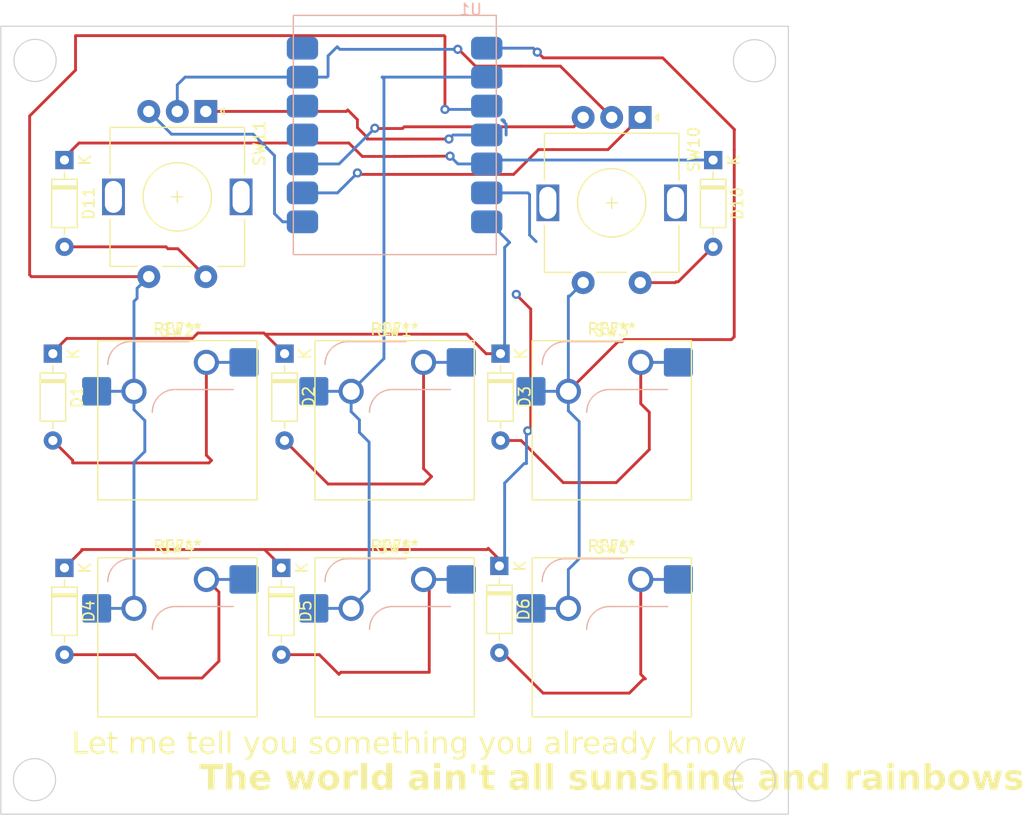
<source format=kicad_pcb>
(kicad_pcb (version 20221018) (generator pcbnew)
  (layers (0 "F.Cu" signal) (31 "B.Cu" signal) (34 "B.Paste" user) (35 "F.Paste" user) (36 "B.SilkS" user "B.Silkscreen") (37 "F.SilkS" user "F.Silkscreen") (38 "B.Mask" user) (39 "F.Mask" user) (44 "Edge.Cuts" user))
  (net 0 "")
  (net 1 "Row 0")
  (net 2 "Net-(D1-A)")
  (net 3 "Net-(D2-A)")
  (net 4 "Net-(D3-A)")
  (net 5 "Row 1")
  (net 6 "Net-(D4-A)")
  (net 7 "Net-(D5-A)")
  (net 8 "Net-(D6-A)")
  (net 9 "Row 2")
  (net 10 "ENC_A1")
  (net 11 "Net-(D10-A)")
  (net 12 "Net-(D11-A)")
  (net 13 "ENC_B1")
  (net 14 "GND")
  (net 15 "ENC_A0")
  (net 16 "ENC_B0")
  (net 17 "Col 1")
  (net 18 "Col 0")
  (net 19 "Col 2")
  (footprint "Button_Switch_Keyboard:SW_Cherry_MX_1.00u_PCB" (layer "F.Cu") (at 114.3 95.25)
    (fp_text reference "SW5" (at -2.54 -2.794) (layer "F.SilkS"))
    (fp_text value "SW_SPST")
    (fp_line (start -9.525 -1.905) (end 4.445 -1.905) (stroke (width 0.12)) (layer "F.SilkS"))
    (fp_line (start -9.525 12.065) (end -9.525 -1.905) (stroke (width 0.12)) (layer "F.SilkS"))
    (fp_line (start 4.445 -1.905) (end 4.445 12.065) (stroke (width 0.12)) (layer "F.SilkS"))
    (fp_line (start 4.445 12.065) (end -9.525 12.065) (stroke (width 0.12)) (layer "F.SilkS"))
    (pad "" np_thru_hole circle locked (at -7.62 5.08) (size 1.7 1.7) (drill 1.7) (layers "*.Cu" "*.Mask"))
    (pad "" np_thru_hole circle locked (at -2.54 5.08) (size 4 4) (drill 4) (layers "*.Cu" "*.Mask"))
    (pad "" np_thru_hole circle locked (at 2.54 5.08) (size 1.7 1.7) (drill 1.7) (layers "*.Cu" "*.Mask"))
    (pad "1" thru_hole circle locked (at 0 0) (size 2.2 2.2) (drill 1.5) (layers "*.Cu" "*.Mask") (net 7 "Net-(D5-A)"))
    (pad "2" thru_hole circle locked (at -6.35 2.54) (size 2.2 2.2) (drill 1.5) (layers "*.Cu" "*.Mask") (net 17 "Col 1"))
  )
  (footprint "Button_Switch_Keyboard:SW_Cherry_MX_1.00u_PCB" (layer "F.Cu") (at 114.3 76.2)
    (fp_text reference "SW1" (at -2.54 -2.794) (layer "F.SilkS"))
    (fp_text value "SW_SPST")
    (fp_line (start -9.525 -1.905) (end 4.445 -1.905) (stroke (width 0.12)) (layer "F.SilkS"))
    (fp_line (start -9.525 12.065) (end -9.525 -1.905) (stroke (width 0.12)) (layer "F.SilkS"))
    (fp_line (start 4.445 -1.905) (end 4.445 12.065) (stroke (width 0.12)) (layer "F.SilkS"))
    (fp_line (start 4.445 12.065) (end -9.525 12.065) (stroke (width 0.12)) (layer "F.SilkS"))
    (pad "" np_thru_hole circle locked (at -7.62 5.08) (size 1.7 1.7) (drill 1.7) (layers "*.Cu" "*.Mask"))
    (pad "" np_thru_hole circle locked (at -2.54 5.08) (size 4 4) (drill 4) (layers "*.Cu" "*.Mask"))
    (pad "" np_thru_hole circle locked (at 2.54 5.08) (size 1.7 1.7) (drill 1.7) (layers "*.Cu" "*.Mask"))
    (pad "1" thru_hole circle locked (at 0 0) (size 2.2 2.2) (drill 1.5) (layers "*.Cu" "*.Mask") (net 3 "Net-(D2-A)"))
    (pad "2" thru_hole circle locked (at -6.35 2.54) (size 2.2 2.2) (drill 1.5) (layers "*.Cu" "*.Mask") (net 17 "Col 1"))
  )
  (footprint "PCM_Switch_Keyboard_Hotswap_Kailh:SW_Hotswap_Kailh_MX" (layer "F.Cu") (at 130.81 100.33)
    (fp_text reference "REF**" (at 0 -8) (layer "F.SilkS"))
    (fp_text value "SW_Hotswap_Kailh_MX" hide)
    (fp_line (start -4.1 -6.9) (end 1 -6.9) (stroke (width 0.12)) (layer "B.SilkS"))
    (fp_line (start -0.2 -2.7) (end 4.9 -2.7) (stroke (width 0.12)) (layer "B.SilkS"))
    (fp_arc (start -6.1 -4.9) (mid -5.514214 -6.314214) (end -4.1 -6.9) (stroke (width 0.12)) (layer "B.SilkS"))
    (fp_arc (start -2.2 -0.7) (mid -1.614214 -2.114214) (end -0.2 -2.7) (stroke (width 0.12)) (layer "B.SilkS"))
    (pad "" np_thru_hole circle (at 0 0) (size 4 4) (drill 4) (layers "F&B.Cu" "*.Mask"))
    (pad "1" smd roundrect (at -7.085 -2.54) (size 2.55 2.5) (layers "B.Cu" "B.Paste" "B.Mask") (roundrect_rratio 0.1) (net 19 "Col 2"))
    (pad "2" smd roundrect (at 5.842 -5.08) (size 2.55 2.5) (layers "B.Cu" "B.Paste" "B.Mask") (roundrect_rratio 0.1) (net 8 "Net-(D6-A)"))
  )
  (footprint "Diode_THT:D_DO-35_SOD27_P7.62mm_Horizontal" (layer "F.Cu") (at 102.108 75.438 -90)
    (fp_text reference "D2" (at 3.81 -2.12 90) (layer "F.SilkS"))
    (fp_text value "1N4148")
    (fp_text user "K" (at 0 -1.8 90) (layer "F.SilkS"))
    (fp_line (start 1.04 0) (end 1.69 0) (stroke (width 0.12)) (layer "F.SilkS"))
    (fp_line (start 1.69 -1.12) (end 1.69 1.12) (stroke (width 0.12)) (layer "F.SilkS"))
    (fp_line (start 1.69 1.12) (end 5.93 1.12) (stroke (width 0.12)) (layer "F.SilkS"))
    (fp_line (start 2.29 -1.12) (end 2.29 1.12) (stroke (width 0.12)) (layer "F.SilkS"))
    (fp_line (start 2.41 -1.12) (end 2.41 1.12) (stroke (width 0.12)) (layer "F.SilkS"))
    (fp_line (start 2.53 -1.12) (end 2.53 1.12) (stroke (width 0.12)) (layer "F.SilkS"))
    (fp_line (start 5.93 -1.12) (end 1.69 -1.12) (stroke (width 0.12)) (layer "F.SilkS"))
    (fp_line (start 5.93 1.12) (end 5.93 -1.12) (stroke (width 0.12)) (layer "F.SilkS"))
    (fp_line (start 6.58 0) (end 5.93 0) (stroke (width 0.12)) (layer "F.SilkS"))
    (pad "1" thru_hole rect (at 0 0 270) (size 1.6 1.6) (drill 0.8) (layers "*.Cu" "*.Mask") (net 1 "Row 0"))
    (pad "2" thru_hole oval (at 7.62 0 270) (size 1.6 1.6) (drill 0.8) (layers "*.Cu" "*.Mask") (net 3 "Net-(D2-A)"))
  )
  (footprint "Button_Switch_Keyboard:SW_Cherry_MX_1.00u_PCB" (layer "F.Cu") (at 133.35 76.2)
    (fp_text reference "SW3" (at -2.54 -2.794) (layer "F.SilkS"))
    (fp_text value "SW_SPST")
    (fp_line (start -9.525 -1.905) (end 4.445 -1.905) (stroke (width 0.12)) (layer "F.SilkS"))
    (fp_line (start -9.525 12.065) (end -9.525 -1.905) (stroke (width 0.12)) (layer "F.SilkS"))
    (fp_line (start 4.445 -1.905) (end 4.445 12.065) (stroke (width 0.12)) (layer "F.SilkS"))
    (fp_line (start 4.445 12.065) (end -9.525 12.065) (stroke (width 0.12)) (layer "F.SilkS"))
    (pad "" np_thru_hole circle locked (at -7.62 5.08) (size 1.7 1.7) (drill 1.7) (layers "*.Cu" "*.Mask"))
    (pad "" np_thru_hole circle locked (at -2.54 5.08) (size 4 4) (drill 4) (layers "*.Cu" "*.Mask"))
    (pad "" np_thru_hole circle locked (at 2.54 5.08) (size 1.7 1.7) (drill 1.7) (layers "*.Cu" "*.Mask"))
    (pad "1" thru_hole circle locked (at 0 0) (size 2.2 2.2) (drill 1.5) (layers "*.Cu" "*.Mask") (net 4 "Net-(D3-A)"))
    (pad "2" thru_hole circle locked (at -6.35 2.54) (size 2.2 2.2) (drill 1.5) (layers "*.Cu" "*.Mask") (net 19 "Col 2"))
  )
  (footprint "Rotary_Encoder:RotaryEncoder_Alps_EC11E-Switch_Vertical_H20mm" (layer "F.Cu") (at 133.3 54.7 -90)
    (fp_text reference "SW10" (at 2.8 -4.7 90) (layer "F.SilkS"))
    (fp_text value "RotaryEncoder_Switch")
    (fp_line (start -0.3 -1.6) (end 0.3 -1.6) (stroke (width 0.12)) (layer "F.SilkS"))
    (fp_line (start 0 -1.3) (end -0.3 -1.6) (stroke (width 0.12)) (layer "F.SilkS"))
    (fp_line (start 0.3 -1.6) (end 0 -1.3) (stroke (width 0.12)) (layer "F.SilkS"))
    (fp_line (start 1.4 -3.4) (end 1.4 8.4) (stroke (width 0.12)) (layer "F.SilkS"))
    (fp_line (start 5.5 -3.4) (end 1.4 -3.4) (stroke (width 0.12)) (layer "F.SilkS"))
    (fp_line (start 5.5 8.4) (end 1.4 8.4) (stroke (width 0.12)) (layer "F.SilkS"))
    (fp_line (start 7 2.5) (end 8 2.5) (stroke (width 0.12)) (layer "F.SilkS"))
    (fp_line (start 7.5 2) (end 7.5 3) (stroke (width 0.12)) (layer "F.SilkS"))
    (fp_line (start 9.5 -3.4) (end 13.6 -3.4) (stroke (width 0.12)) (layer "F.SilkS"))
    (fp_line (start 13.6 -3.4) (end 13.6 -1) (stroke (width 0.12)) (layer "F.SilkS"))
    (fp_line (start 13.6 1.2) (end 13.6 3.8) (stroke (width 0.12)) (layer "F.SilkS"))
    (fp_line (start 13.6 6) (end 13.6 8.4) (stroke (width 0.12)) (layer "F.SilkS"))
    (fp_line (start 13.6 8.4) (end 9.5 8.4) (stroke (width 0.12)) (layer "F.SilkS"))
    (fp_circle (center 7.5 2.5) (end 10.5 2.5) (stroke (width 0.12)) (fill none) (layer "F.SilkS"))
    (pad "A" thru_hole rect locked (at 0 0 270) (size 2 2) (drill 1) (layers "*.Cu" "*.Mask") (net 10 "ENC_A1"))
    (pad "B" thru_hole circle locked (at 0 5 270) (size 2 2) (drill 1) (layers "*.Cu" "*.Mask") (net 13 "ENC_B1"))
    (pad "C" thru_hole circle locked (at 0 2.5 270) (size 2 2) (drill 1) (layers "*.Cu" "*.Mask") (net 14 "GND"))
    (pad "MP" thru_hole rect locked (at 7.5 -3.1 270) (size 3.2 2) (drill oval 2.8 1.5) (layers "*.Cu" "*.Mask"))
    (pad "MP" thru_hole rect locked (at 7.5 8.1 270) (size 3.2 2) (drill oval 2.8 1.5) (layers "*.Cu" "*.Mask"))
    (pad "S1" thru_hole circle locked (at 14.5 5 270) (size 2 2) (drill 1) (layers "*.Cu" "*.Mask") (net 19 "Col 2"))
    (pad "S2" thru_hole circle locked (at 14.5 0 270) (size 2 2) (drill 1) (layers "*.Cu" "*.Mask") (net 11 "Net-(D10-A)"))
  )
  (footprint "PCM_Switch_Keyboard_Hotswap_Kailh:SW_Hotswap_Kailh_MX" (layer "F.Cu") (at 111.76 81.28)
    (fp_text reference "REF**" (at 0 -8) (layer "F.SilkS"))
    (fp_text value "SW_Hotswap_Kailh_MX" hide)
    (fp_line (start -4.1 -6.9) (end 1 -6.9) (stroke (width 0.12)) (layer "B.SilkS"))
    (fp_line (start -0.2 -2.7) (end 4.9 -2.7) (stroke (width 0.12)) (layer "B.SilkS"))
    (fp_arc (start -6.1 -4.9) (mid -5.514214 -6.314214) (end -4.1 -6.9) (stroke (width 0.12)) (layer "B.SilkS"))
    (fp_arc (start -2.2 -0.7) (mid -1.614214 -2.114214) (end -0.2 -2.7) (stroke (width 0.12)) (layer "B.SilkS"))
    (pad "" np_thru_hole circle (at 0 0) (size 4 4) (drill 4) (layers "F&B.Cu" "*.Mask"))
    (pad "1" smd roundrect (at -7.085 -2.54) (size 2.55 2.5) (layers "B.Cu" "B.Paste" "B.Mask") (roundrect_rratio 0.1) (net 17 "Col 1"))
    (pad "2" smd roundrect (at 5.842 -5.08) (size 2.55 2.5) (layers "B.Cu" "B.Paste" "B.Mask") (roundrect_rratio 0.1) (net 3 "Net-(D2-A)"))
  )
  (footprint "PCM_Switch_Keyboard_Hotswap_Kailh:SW_Hotswap_Kailh_MX" (layer "F.Cu") (at 111.76 100.33)
    (fp_text reference "REF**" (at 0 -8) (layer "F.SilkS"))
    (fp_text value "SW_Hotswap_Kailh_MX" hide)
    (fp_line (start -4.1 -6.9) (end 1 -6.9) (stroke (width 0.12)) (layer "B.SilkS"))
    (fp_line (start -0.2 -2.7) (end 4.9 -2.7) (stroke (width 0.12)) (layer "B.SilkS"))
    (fp_arc (start -6.1 -4.9) (mid -5.514214 -6.314214) (end -4.1 -6.9) (stroke (width 0.12)) (layer "B.SilkS"))
    (fp_arc (start -2.2 -0.7) (mid -1.614214 -2.114214) (end -0.2 -2.7) (stroke (width 0.12)) (layer "B.SilkS"))
    (pad "" np_thru_hole circle (at 0 0) (size 4 4) (drill 4) (layers "F&B.Cu" "*.Mask"))
    (pad "1" smd roundrect (at -7.085 -2.54) (size 2.55 2.5) (layers "B.Cu" "B.Paste" "B.Mask") (roundrect_rratio 0.1) (net 17 "Col 1"))
    (pad "2" smd roundrect (at 5.842 -5.08) (size 2.55 2.5) (layers "B.Cu" "B.Paste" "B.Mask") (roundrect_rratio 0.1) (net 7 "Net-(D5-A)"))
  )
  (footprint "Diode_THT:D_DO-35_SOD27_P7.62mm_Horizontal" (layer "F.Cu") (at 81.788 75.438 -90)
    (fp_text reference "D1" (at 3.81 -2.12 90) (layer "F.SilkS"))
    (fp_text value "1N4148")
    (fp_text user "K" (at 0 -1.8 90) (layer "F.SilkS"))
    (fp_line (start 1.04 0) (end 1.69 0) (stroke (width 0.12)) (layer "F.SilkS"))
    (fp_line (start 1.69 -1.12) (end 1.69 1.12) (stroke (width 0.12)) (layer "F.SilkS"))
    (fp_line (start 1.69 1.12) (end 5.93 1.12) (stroke (width 0.12)) (layer "F.SilkS"))
    (fp_line (start 2.29 -1.12) (end 2.29 1.12) (stroke (width 0.12)) (layer "F.SilkS"))
    (fp_line (start 2.41 -1.12) (end 2.41 1.12) (stroke (width 0.12)) (layer "F.SilkS"))
    (fp_line (start 2.53 -1.12) (end 2.53 1.12) (stroke (width 0.12)) (layer "F.SilkS"))
    (fp_line (start 5.93 -1.12) (end 1.69 -1.12) (stroke (width 0.12)) (layer "F.SilkS"))
    (fp_line (start 5.93 1.12) (end 5.93 -1.12) (stroke (width 0.12)) (layer "F.SilkS"))
    (fp_line (start 6.58 0) (end 5.93 0) (stroke (width 0.12)) (layer "F.SilkS"))
    (pad "1" thru_hole rect (at 0 0 270) (size 1.6 1.6) (drill 0.8) (layers "*.Cu" "*.Mask") (net 1 "Row 0"))
    (pad "2" thru_hole oval (at 7.62 0 270) (size 1.6 1.6) (drill 0.8) (layers "*.Cu" "*.Mask") (net 2 "Net-(D1-A)"))
  )
  (footprint "Button_Switch_Keyboard:SW_Cherry_MX_1.00u_PCB" (layer "F.Cu") (at 95.25 95.25)
    (fp_text reference "SW4" (at -2.54 -2.794) (layer "F.SilkS"))
    (fp_text value "SW_SPST")
    (fp_line (start -9.525 -1.905) (end 4.445 -1.905) (stroke (width 0.12)) (layer "F.SilkS"))
    (fp_line (start -9.525 12.065) (end -9.525 -1.905) (stroke (width 0.12)) (layer "F.SilkS"))
    (fp_line (start 4.445 -1.905) (end 4.445 12.065) (stroke (width 0.12)) (layer "F.SilkS"))
    (fp_line (start 4.445 12.065) (end -9.525 12.065) (stroke (width 0.12)) (layer "F.SilkS"))
    (pad "" np_thru_hole circle locked (at -7.62 5.08) (size 1.7 1.7) (drill 1.7) (layers "*.Cu" "*.Mask"))
    (pad "" np_thru_hole circle locked (at -2.54 5.08) (size 4 4) (drill 4) (layers "*.Cu" "*.Mask"))
    (pad "" np_thru_hole circle locked (at 2.54 5.08) (size 1.7 1.7) (drill 1.7) (layers "*.Cu" "*.Mask"))
    (pad "1" thru_hole circle locked (at 0 0) (size 2.2 2.2) (drill 1.5) (layers "*.Cu" "*.Mask") (net 6 "Net-(D4-A)"))
    (pad "2" thru_hole circle locked (at -6.35 2.54) (size 2.2 2.2) (drill 1.5) (layers "*.Cu" "*.Mask") (net 18 "Col 0"))
  )
  (footprint "Rotary_Encoder:RotaryEncoder_Alps_EC11E-Switch_Vertical_H20mm" (layer "F.Cu") (at 95.2 54.175 -90)
    (fp_text reference "SW11" (at 2.8 -4.7 90) (layer "F.SilkS"))
    (fp_text value "RotaryEncoder_Switch")
    (fp_line (start -0.3 -1.6) (end 0.3 -1.6) (stroke (width 0.12)) (layer "F.SilkS"))
    (fp_line (start 0 -1.3) (end -0.3 -1.6) (stroke (width 0.12)) (layer "F.SilkS"))
    (fp_line (start 0.3 -1.6) (end 0 -1.3) (stroke (width 0.12)) (layer "F.SilkS"))
    (fp_line (start 1.4 -3.4) (end 1.4 8.4) (stroke (width 0.12)) (layer "F.SilkS"))
    (fp_line (start 5.5 -3.4) (end 1.4 -3.4) (stroke (width 0.12)) (layer "F.SilkS"))
    (fp_line (start 5.5 8.4) (end 1.4 8.4) (stroke (width 0.12)) (layer "F.SilkS"))
    (fp_line (start 7 2.5) (end 8 2.5) (stroke (width 0.12)) (layer "F.SilkS"))
    (fp_line (start 7.5 2) (end 7.5 3) (stroke (width 0.12)) (layer "F.SilkS"))
    (fp_line (start 9.5 -3.4) (end 13.6 -3.4) (stroke (width 0.12)) (layer "F.SilkS"))
    (fp_line (start 13.6 -3.4) (end 13.6 -1) (stroke (width 0.12)) (layer "F.SilkS"))
    (fp_line (start 13.6 1.2) (end 13.6 3.8) (stroke (width 0.12)) (layer "F.SilkS"))
    (fp_line (start 13.6 6) (end 13.6 8.4) (stroke (width 0.12)) (layer "F.SilkS"))
    (fp_line (start 13.6 8.4) (end 9.5 8.4) (stroke (width 0.12)) (layer "F.SilkS"))
    (fp_circle (center 7.5 2.5) (end 10.5 2.5) (stroke (width 0.12)) (fill none) (layer "F.SilkS"))
    (pad "A" thru_hole rect locked (at 0 0 270) (size 2 2) (drill 1) (layers "*.Cu" "*.Mask") (net 15 "ENC_A0"))
    (pad "B" thru_hole circle locked (at 0 5 270) (size 2 2) (drill 1) (layers "*.Cu" "*.Mask") (net 16 "ENC_B0"))
    (pad "C" thru_hole circle locked (at 0 2.5 270) (size 2 2) (drill 1) (layers "*.Cu" "*.Mask") (net 14 "GND"))
    (pad "MP" thru_hole rect locked (at 7.5 -3.1 270) (size 3.2 2) (drill oval 2.8 1.5) (layers "*.Cu" "*.Mask"))
    (pad "MP" thru_hole rect locked (at 7.5 8.1 270) (size 3.2 2) (drill oval 2.8 1.5) (layers "*.Cu" "*.Mask"))
    (pad "S1" thru_hole circle locked (at 14.5 5 270) (size 2 2) (drill 1) (layers "*.Cu" "*.Mask") (net 18 "Col 0"))
    (pad "S2" thru_hole circle locked (at 14.5 0 270) (size 2 2) (drill 1) (layers "*.Cu" "*.Mask") (net 12 "Net-(D11-A)"))
  )
  (footprint "Diode_THT:D_DO-35_SOD27_P7.62mm_Horizontal" (layer "F.Cu") (at 139.7 58.44 -90)
    (fp_text reference "D10" (at 3.81 -2.12 90) (layer "F.SilkS"))
    (fp_text value "1N4148")
    (fp_text user "K" (at 0 -1.8 90) (layer "F.SilkS"))
    (fp_line (start 1.04 0) (end 1.69 0) (stroke (width 0.12)) (layer "F.SilkS"))
    (fp_line (start 1.69 -1.12) (end 1.69 1.12) (stroke (width 0.12)) (layer "F.SilkS"))
    (fp_line (start 1.69 1.12) (end 5.93 1.12) (stroke (width 0.12)) (layer "F.SilkS"))
    (fp_line (start 2.29 -1.12) (end 2.29 1.12) (stroke (width 0.12)) (layer "F.SilkS"))
    (fp_line (start 2.41 -1.12) (end 2.41 1.12) (stroke (width 0.12)) (layer "F.SilkS"))
    (fp_line (start 2.53 -1.12) (end 2.53 1.12) (stroke (width 0.12)) (layer "F.SilkS"))
    (fp_line (start 5.93 -1.12) (end 1.69 -1.12) (stroke (width 0.12)) (layer "F.SilkS"))
    (fp_line (start 5.93 1.12) (end 5.93 -1.12) (stroke (width 0.12)) (layer "F.SilkS"))
    (fp_line (start 6.58 0) (end 5.93 0) (stroke (width 0.12)) (layer "F.SilkS"))
    (pad "1" thru_hole rect (at 0 0 270) (size 1.6 1.6) (drill 0.8) (layers "*.Cu" "*.Mask") (net 9 "Row 2"))
    (pad "2" thru_hole oval (at 7.62 0 270) (size 1.6 1.6) (drill 0.8) (layers "*.Cu" "*.Mask") (net 11 "Net-(D10-A)"))
  )
  (footprint "Diode_THT:D_DO-35_SOD27_P7.62mm_Horizontal" (layer "F.Cu") (at 82.804 94.234 -90)
    (fp_text reference "D4" (at 3.81 -2.12 90) (layer "F.SilkS"))
    (fp_text value "1N4148")
    (fp_text user "K" (at 0 -1.8 90) (layer "F.SilkS"))
    (fp_line (start 1.04 0) (end 1.69 0) (stroke (width 0.12)) (layer "F.SilkS"))
    (fp_line (start 1.69 -1.12) (end 1.69 1.12) (stroke (width 0.12)) (layer "F.SilkS"))
    (fp_line (start 1.69 1.12) (end 5.93 1.12) (stroke (width 0.12)) (layer "F.SilkS"))
    (fp_line (start 2.29 -1.12) (end 2.29 1.12) (stroke (width 0.12)) (layer "F.SilkS"))
    (fp_line (start 2.41 -1.12) (end 2.41 1.12) (stroke (width 0.12)) (layer "F.SilkS"))
    (fp_line (start 2.53 -1.12) (end 2.53 1.12) (stroke (width 0.12)) (layer "F.SilkS"))
    (fp_line (start 5.93 -1.12) (end 1.69 -1.12) (stroke (width 0.12)) (layer "F.SilkS"))
    (fp_line (start 5.93 1.12) (end 5.93 -1.12) (stroke (width 0.12)) (layer "F.SilkS"))
    (fp_line (start 6.58 0) (end 5.93 0) (stroke (width 0.12)) (layer "F.SilkS"))
    (pad "1" thru_hole rect (at 0 0 270) (size 1.6 1.6) (drill 0.8) (layers "*.Cu" "*.Mask") (net 5 "Row 1"))
    (pad "2" thru_hole oval (at 7.62 0 270) (size 1.6 1.6) (drill 0.8) (layers "*.Cu" "*.Mask") (net 6 "Net-(D4-A)"))
  )
  (footprint "Diode_THT:D_DO-35_SOD27_P7.62mm_Horizontal" (layer "F.Cu") (at 82.804 58.44 -90)
    (fp_text reference "D11" (at 3.81 -2.12 90) (layer "F.SilkS"))
    (fp_text value "1N4148")
    (fp_text user "K" (at 0 -1.8 90) (layer "F.SilkS"))
    (fp_line (start 1.04 0) (end 1.69 0) (stroke (width 0.12)) (layer "F.SilkS"))
    (fp_line (start 1.69 -1.12) (end 1.69 1.12) (stroke (width 0.12)) (layer "F.SilkS"))
    (fp_line (start 1.69 1.12) (end 5.93 1.12) (stroke (width 0.12)) (layer "F.SilkS"))
    (fp_line (start 2.29 -1.12) (end 2.29 1.12) (stroke (width 0.12)) (layer "F.SilkS"))
    (fp_line (start 2.41 -1.12) (end 2.41 1.12) (stroke (width 0.12)) (layer "F.SilkS"))
    (fp_line (start 2.53 -1.12) (end 2.53 1.12) (stroke (width 0.12)) (layer "F.SilkS"))
    (fp_line (start 5.93 -1.12) (end 1.69 -1.12) (stroke (width 0.12)) (layer "F.SilkS"))
    (fp_line (start 5.93 1.12) (end 5.93 -1.12) (stroke (width 0.12)) (layer "F.SilkS"))
    (fp_line (start 6.58 0) (end 5.93 0) (stroke (width 0.12)) (layer "F.SilkS"))
    (pad "1" thru_hole rect (at 0 0 270) (size 1.6 1.6) (drill 0.8) (layers "*.Cu" "*.Mask") (net 9 "Row 2"))
    (pad "2" thru_hole oval (at 7.62 0 270) (size 1.6 1.6) (drill 0.8) (layers "*.Cu" "*.Mask") (net 12 "Net-(D11-A)"))
  )
  (footprint "Diode_THT:D_DO-35_SOD27_P7.62mm_Horizontal" (layer "F.Cu") (at 101.825 94.234 -90)
    (fp_text reference "D5" (at 3.81 -2.12 90) (layer "F.SilkS"))
    (fp_text value "1N4148")
    (fp_text user "K" (at 0 -1.8 90) (layer "F.SilkS"))
    (fp_line (start 1.04 0) (end 1.69 0) (stroke (width 0.12)) (layer "F.SilkS"))
    (fp_line (start 1.69 -1.12) (end 1.69 1.12) (stroke (width 0.12)) (layer "F.SilkS"))
    (fp_line (start 1.69 1.12) (end 5.93 1.12) (stroke (width 0.12)) (layer "F.SilkS"))
    (fp_line (start 2.29 -1.12) (end 2.29 1.12) (stroke (width 0.12)) (layer "F.SilkS"))
    (fp_line (start 2.41 -1.12) (end 2.41 1.12) (stroke (width 0.12)) (layer "F.SilkS"))
    (fp_line (start 2.53 -1.12) (end 2.53 1.12) (stroke (width 0.12)) (layer "F.SilkS"))
    (fp_line (start 5.93 -1.12) (end 1.69 -1.12) (stroke (width 0.12)) (layer "F.SilkS"))
    (fp_line (start 5.93 1.12) (end 5.93 -1.12) (stroke (width 0.12)) (layer "F.SilkS"))
    (fp_line (start 6.58 0) (end 5.93 0) (stroke (width 0.12)) (layer "F.SilkS"))
    (pad "1" thru_hole rect (at 0 0 270) (size 1.6 1.6) (drill 0.8) (layers "*.Cu" "*.Mask") (net 5 "Row 1"))
    (pad "2" thru_hole oval (at 7.62 0 270) (size 1.6 1.6) (drill 0.8) (layers "*.Cu" "*.Mask") (net 7 "Net-(D5-A)"))
  )
  (footprint "PCM_Switch_Keyboard_Hotswap_Kailh:SW_Hotswap_Kailh_MX" (layer "F.Cu") (at 92.71 81.28)
    (fp_text reference "REF**" (at 0 -8) (layer "F.SilkS"))
    (fp_text value "SW_Hotswap_Kailh_MX" hide)
    (fp_line (start -4.1 -6.9) (end 1 -6.9) (stroke (width 0.12)) (layer "B.SilkS"))
    (fp_line (start -0.2 -2.7) (end 4.9 -2.7) (stroke (width 0.12)) (layer "B.SilkS"))
    (fp_arc (start -6.1 -4.9) (mid -5.514214 -6.314214) (end -4.1 -6.9) (stroke (width 0.12)) (layer "B.SilkS"))
    (fp_arc (start -2.2 -0.7) (mid -1.614214 -2.114214) (end -0.2 -2.7) (stroke (width 0.12)) (layer "B.SilkS"))
    (pad "" np_thru_hole circle (at 0 0) (size 4 4) (drill 4) (layers "F&B.Cu" "*.Mask"))
    (pad "1" smd roundrect (at -7.085 -2.54) (size 2.55 2.5) (layers "B.Cu" "B.Paste" "B.Mask") (roundrect_rratio 0.1) (net 18 "Col 0"))
    (pad "2" smd roundrect (at 5.842 -5.08) (size 2.55 2.5) (layers "B.Cu" "B.Paste" "B.Mask") (roundrect_rratio 0.1) (net 2 "Net-(D1-A)"))
  )
  (footprint "Diode_THT:D_DO-35_SOD27_P7.62mm_Horizontal" (layer "F.Cu") (at 121.05 75.438 -90)
    (fp_text reference "D3" (at 3.81 -2.12 90) (layer "F.SilkS"))
    (fp_text value "1N4148")
    (fp_text user "K" (at 0 -1.8 90) (layer "F.SilkS"))
    (fp_line (start 1.04 0) (end 1.69 0) (stroke (width 0.12)) (layer "F.SilkS"))
    (fp_line (start 1.69 -1.12) (end 1.69 1.12) (stroke (width 0.12)) (layer "F.SilkS"))
    (fp_line (start 1.69 1.12) (end 5.93 1.12) (stroke (width 0.12)) (layer "F.SilkS"))
    (fp_line (start 2.29 -1.12) (end 2.29 1.12) (stroke (width 0.12)) (layer "F.SilkS"))
    (fp_line (start 2.41 -1.12) (end 2.41 1.12) (stroke (width 0.12)) (layer "F.SilkS"))
    (fp_line (start 2.53 -1.12) (end 2.53 1.12) (stroke (width 0.12)) (layer "F.SilkS"))
    (fp_line (start 5.93 -1.12) (end 1.69 -1.12) (stroke (width 0.12)) (layer "F.SilkS"))
    (fp_line (start 5.93 1.12) (end 5.93 -1.12) (stroke (width 0.12)) (layer "F.SilkS"))
    (fp_line (start 6.58 0) (end 5.93 0) (stroke (width 0.12)) (layer "F.SilkS"))
    (pad "1" thru_hole rect (at 0 0 270) (size 1.6 1.6) (drill 0.8) (layers "*.Cu" "*.Mask") (net 1 "Row 0"))
    (pad "2" thru_hole oval (at 7.62 0 270) (size 1.6 1.6) (drill 0.8) (layers "*.Cu" "*.Mask") (net 4 "Net-(D3-A)"))
  )
  (footprint "Button_Switch_Keyboard:SW_Cherry_MX_1.00u_PCB" (layer "F.Cu") (at 95.25 76.2)
    (fp_text reference "SW2" (at -2.54 -2.794) (layer "F.SilkS"))
    (fp_text value "SW_SPST")
    (fp_line (start -9.525 -1.905) (end 4.445 -1.905) (stroke (width 0.12)) (layer "F.SilkS"))
    (fp_line (start -9.525 12.065) (end -9.525 -1.905) (stroke (width 0.12)) (layer "F.SilkS"))
    (fp_line (start 4.445 -1.905) (end 4.445 12.065) (stroke (width 0.12)) (layer "F.SilkS"))
    (fp_line (start 4.445 12.065) (end -9.525 12.065) (stroke (width 0.12)) (layer "F.SilkS"))
    (pad "" np_thru_hole circle locked (at -7.62 5.08) (size 1.7 1.7) (drill 1.7) (layers "*.Cu" "*.Mask"))
    (pad "" np_thru_hole circle locked (at -2.54 5.08) (size 4 4) (drill 4) (layers "*.Cu" "*.Mask"))
    (pad "" np_thru_hole circle locked (at 2.54 5.08) (size 1.7 1.7) (drill 1.7) (layers "*.Cu" "*.Mask"))
    (pad "1" thru_hole circle locked (at 0 0) (size 2.2 2.2) (drill 1.5) (layers "*.Cu" "*.Mask") (net 2 "Net-(D1-A)"))
    (pad "2" thru_hole circle locked (at -6.35 2.54) (size 2.2 2.2) (drill 1.5) (layers "*.Cu" "*.Mask") (net 18 "Col 0"))
  )
  (footprint "Diode_THT:D_DO-35_SOD27_P7.62mm_Horizontal" (layer "F.Cu") (at 120.95 94.065 -90)
    (fp_text reference "D6" (at 3.81 -2.12 90) (layer "F.SilkS"))
    (fp_text value "1N4148")
    (fp_text user "K" (at 0 -1.8 90) (layer "F.SilkS"))
    (fp_line (start 1.04 0) (end 1.69 0) (stroke (width 0.12)) (layer "F.SilkS"))
    (fp_line (start 1.69 -1.12) (end 1.69 1.12) (stroke (width 0.12)) (layer "F.SilkS"))
    (fp_line (start 1.69 1.12) (end 5.93 1.12) (stroke (width 0.12)) (layer "F.SilkS"))
    (fp_line (start 2.29 -1.12) (end 2.29 1.12) (stroke (width 0.12)) (layer "F.SilkS"))
    (fp_line (start 2.41 -1.12) (end 2.41 1.12) (stroke (width 0.12)) (layer "F.SilkS"))
    (fp_line (start 2.53 -1.12) (end 2.53 1.12) (stroke (width 0.12)) (layer "F.SilkS"))
    (fp_line (start 5.93 -1.12) (end 1.69 -1.12) (stroke (width 0.12)) (layer "F.SilkS"))
    (fp_line (start 5.93 1.12) (end 5.93 -1.12) (stroke (width 0.12)) (layer "F.SilkS"))
    (fp_line (start 6.58 0) (end 5.93 0) (stroke (width 0.12)) (layer "F.SilkS"))
    (pad "1" thru_hole rect (at 0 0 270) (size 1.6 1.6) (drill 0.8) (layers "*.Cu" "*.Mask") (net 5 "Row 1"))
    (pad "2" thru_hole oval (at 7.62 0 270) (size 1.6 1.6) (drill 0.8) (layers "*.Cu" "*.Mask") (net 8 "Net-(D6-A)"))
  )
  (footprint "Button_Switch_Keyboard:SW_Cherry_MX_1.00u_PCB" (layer "F.Cu") (at 133.35 95.25)
    (fp_text reference "SW6" (at -2.54 -2.794) (layer "F.SilkS"))
    (fp_text value "SW_SPST")
    (fp_line (start -9.525 -1.905) (end 4.445 -1.905) (stroke (width 0.12)) (layer "F.SilkS"))
    (fp_line (start -9.525 12.065) (end -9.525 -1.905) (stroke (width 0.12)) (layer "F.SilkS"))
    (fp_line (start 4.445 -1.905) (end 4.445 12.065) (stroke (width 0.12)) (layer "F.SilkS"))
    (fp_line (start 4.445 12.065) (end -9.525 12.065) (stroke (width 0.12)) (layer "F.SilkS"))
    (pad "" np_thru_hole circle locked (at -7.62 5.08) (size 1.7 1.7) (drill 1.7) (layers "*.Cu" "*.Mask"))
    (pad "" np_thru_hole circle locked (at -2.54 5.08) (size 4 4) (drill 4) (layers "*.Cu" "*.Mask"))
    (pad "" np_thru_hole circle locked (at 2.54 5.08) (size 1.7 1.7) (drill 1.7) (layers "*.Cu" "*.Mask"))
    (pad "1" thru_hole circle locked (at 0 0) (size 2.2 2.2) (drill 1.5) (layers "*.Cu" "*.Mask") (net 8 "Net-(D6-A)"))
    (pad "2" thru_hole circle locked (at -6.35 2.54) (size 2.2 2.2) (drill 1.5) (layers "*.Cu" "*.Mask") (net 19 "Col 2"))
  )
  (footprint "PCM_Switch_Keyboard_Hotswap_Kailh:SW_Hotswap_Kailh_MX" (layer "F.Cu") (at 92.71 100.33)
    (fp_text reference "REF**" (at 0 -8) (layer "F.SilkS"))
    (fp_text value "SW_Hotswap_Kailh_MX" hide)
    (fp_line (start -4.1 -6.9) (end 1 -6.9) (stroke (width 0.12)) (layer "B.SilkS"))
    (fp_line (start -0.2 -2.7) (end 4.9 -2.7) (stroke (width 0.12)) (layer "B.SilkS"))
    (fp_arc (start -6.1 -4.9) (mid -5.514214 -6.314214) (end -4.1 -6.9) (stroke (width 0.12)) (layer "B.SilkS"))
    (fp_arc (start -2.2 -0.7) (mid -1.614214 -2.114214) (end -0.2 -2.7) (stroke (width 0.12)) (layer "B.SilkS"))
    (pad "" np_thru_hole circle (at 0 0) (size 4 4) (drill 4) (layers "F&B.Cu" "*.Mask"))
    (pad "1" smd roundrect (at -7.085 -2.54) (size 2.55 2.5) (layers "B.Cu" "B.Paste" "B.Mask") (roundrect_rratio 0.1) (net 18 "Col 0"))
    (pad "2" smd roundrect (at 5.842 -5.08) (size 2.55 2.5) (layers "B.Cu" "B.Paste" "B.Mask") (roundrect_rratio 0.1) (net 6 "Net-(D4-A)"))
  )
  (footprint "PCM_Switch_Keyboard_Hotswap_Kailh:SW_Hotswap_Kailh_MX" (layer "F.Cu") (at 130.81 81.28)
    (fp_text reference "REF**" (at 0 -8) (layer "F.SilkS"))
    (fp_text value "SW_Hotswap_Kailh_MX" hide)
    (fp_line (start -4.1 -6.9) (end 1 -6.9) (stroke (width 0.12)) (layer "B.SilkS"))
    (fp_line (start -0.2 -2.7) (end 4.9 -2.7) (stroke (width 0.12)) (layer "B.SilkS"))
    (fp_arc (start -6.1 -4.9) (mid -5.514214 -6.314214) (end -4.1 -6.9) (stroke (width 0.12)) (layer "B.SilkS"))
    (fp_arc (start -2.2 -0.7) (mid -1.614214 -2.114214) (end -0.2 -2.7) (stroke (width 0.12)) (layer "B.SilkS"))
    (pad "" np_thru_hole circle (at 0 0) (size 4 4) (drill 4) (layers "F&B.Cu" "*.Mask"))
    (pad "1" smd roundrect (at -7.085 -2.54) (size 2.55 2.5) (layers "B.Cu" "B.Paste" "B.Mask") (roundrect_rratio 0.1) (net 19 "Col 2"))
    (pad "2" smd roundrect (at 5.842 -5.08) (size 2.55 2.5) (layers "B.Cu" "B.Paste" "B.Mask") (roundrect_rratio 0.1) (net 4 "Net-(D3-A)"))
  )
  (footprint "MacropadPCB:MOUDLE14P-SMD-2.54-21X17.8MM" (layer "B.Cu") (at 120.6775 66.745 180)
    (fp_text reference "U1" (at 2.25 21.5 unlocked) (layer "B.SilkS") (effects (justify mirror)))
    (fp_text value "MOUDLE-SEEEDUINO-XIAO")
    (fp_rect (start 0 21) (end 17.8 0) (stroke (width 0.12)) (fill none) (layer "B.SilkS"))
    (pad "1" smd roundrect (at 0.835 18.12 180) (size 2.75 2) (layers "B.Cu" "B.Paste" "B.Mask") (net 19 "Col 2"))
    (pad "2" smd roundrect (at 0.835 15.58 180) (size 2.75 2) (layers "B.Cu" "B.Paste" "B.Mask") (net 17 "Col 1"))
    (pad "3" smd roundrect (at 0.835 13.04 180) (size 2.75 2) (layers "B.Cu" "B.Paste" "B.Mask") (net 18 "Col 0"))
    (pad "4" smd roundrect (at 0.835 10.5 180) (size 2.75 2) (layers "B.Cu" "B.Paste" "B.Mask") (net 15 "ENC_A0"))
    (pad "5" smd roundrect (at 0.835 7.96 180) (size 2.75 2) (layers "B.Cu" "B.Paste" "B.Mask") (net 9 "Row 2"))
    (pad "6" smd roundrect (at 0.835 5.42 180) (size 2.75 2) (layers "B.Cu" "B.Paste" "B.Mask") (net 5 "Row 1"))
    (pad "7" smd roundrect (at 0.835 2.88 180) (size 2.75 2) (layers "B.Cu" "B.Paste" "B.Mask") (net 1 "Row 0"))
    (pad "8" smd roundrect (at 17 2.88 180) (size 2.75 2) (layers "B.Cu" "B.Paste" "B.Mask") (net 16 "ENC_B0"))
    (pad "9" smd roundrect (at 17 5.42 180) (size 2.75 2) (layers "B.Cu" "B.Paste" "B.Mask") (net 10 "ENC_A1"))
    (pad "10" smd roundrect (at 17 7.96 180) (size 2.75 2) (layers "B.Cu" "B.Paste" "B.Mask") (net 13 "ENC_B1"))
    (pad "11" smd roundrect (at 17 10.5 180) (size 2.75 2) (layers "B.Cu" "B.Paste" "B.Mask"))
    (pad "12" smd roundrect (at 17 13.04 180) (size 2.75 2) (layers "B.Cu" "B.Paste" "B.Mask"))
    (pad "13" smd roundrect (at 17 15.58 180) (size 2.75 2) (layers "B.Cu" "B.Paste" "B.Mask") (net 14 "GND"))
    (pad "14" smd roundrect (at 17 18.12 180) (size 2.75 2) (layers "B.Cu" "B.Paste" "B.Mask"))
  )
  (gr_rect (start 77.225 46.7) (end 146.3 115.85) (stroke (width 0.1)) (fill none) (layer "Edge.Cuts"))
  (gr_circle locked (center 143.3 112.85) (end 145.15 112.85) (stroke (width 0.1)) (fill none) (layer "Edge.Cuts"))
  (gr_circle (center 80.225 49.7) (end 82.075 49.7) (stroke (width 0.1)) (fill none) (layer "Edge.Cuts"))
  (gr_circle locked (center 80.175 112.825) (end 82.025 112.825) (stroke (width 0.1)) (fill none) (layer "Edge.Cuts"))
  (gr_circle locked (center 143.325 49.725) (end 145.175 49.725) (stroke (width 0.1)) (fill none) (layer "Edge.Cuts"))
  (gr_text "The world ain't all sunshine and rainbows" (at 94.625 114.075) (layer "F.SilkS") (effects (font (size 2.2 2.2)) (justify left bottom)))
  (gr_text "Let me tell you something you already know" (at 83.425 110.85) (layer "F.SilkS") (effects (font (size 1.9 1.9) (thickness 0.15) italic) (justify left bottom)))
  (segment (start 121.171498 54.925) (end 121.5425 55.296002) (width 0.25) (layer "B.Cu") (net 0))
  (segment (start 121.4 55.025) (end 121.3 54.925) (width 0.25) (layer "B.Cu") (net 0))
  (segment (start 121.3 54.925) (end 121.171498 54.925) (width 0.25) (layer "B.Cu") (net 0))
  (segment (start 121.5425 55.296002) (end 121.5425 56.245) (width 0.25) (layer "B.Cu") (net 0))
  (segment (start 118.075 73.725) (end 119.788 75.438) (width 0.25) (layer "F.Cu") (net 1))
  (segment (start 94.025 74.1) (end 94.5 73.625) (width 0.25) (layer "F.Cu") (net 1))
  (segment (start 100.4225 73.7525) (end 100.45 73.725) (width 0.25) (layer "F.Cu") (net 1))
  (segment (start 119.788 75.438) (end 121.412 75.438) (width 0.25) (layer "F.Cu") (net 1))
  (segment (start 83 74.1) (end 94.025 74.1) (width 0.25) (layer "F.Cu") (net 1))
  (segment (start 100.295 73.625) (end 100.4225 73.7525) (width 0.25) (layer "F.Cu") (net 1))
  (segment (start 100.4225 73.7525) (end 102.108 75.438) (width 0.25) (layer "F.Cu") (net 1))
  (segment (start 94.5 73.625) (end 100.295 73.625) (width 0.25) (layer "F.Cu") (net 1))
  (segment (start 100.45 73.725) (end 118.075 73.725) (width 0.25) (layer "F.Cu") (net 1))
  (segment (start 81.788 75.312) (end 83 74.1) (width 0.25) (layer "F.Cu") (net 1))
  (segment (start 81.788 75.438) (end 81.788 75.312) (width 0.25) (layer "F.Cu") (net 1))
  (segment (start 119.8425 63.865) (end 120.04 63.865) (width 0.25) (layer "B.Cu") (net 1))
  (segment (start 120.04 63.865) (end 121.85 65.675) (width 0.25) (layer "B.Cu") (net 1))
  (segment (start 121.85 65.675) (end 121.412 66.113) (width 0.25) (layer "B.Cu") (net 1))
  (segment (start 121.412 66.113) (end 121.412 75.438) (width 0.25) (layer "B.Cu") (net 1))
  (segment (start 81.788 83.058) (end 83.525 84.795) (width 0.25) (layer "F.Cu") (net 2))
  (segment (start 95.25 84.35) (end 95.25 76.2) (width 0.25) (layer "F.Cu") (net 2))
  (segment (start 95.475 85.025) (end 95.7 84.8) (width 0.25) (layer "F.Cu") (net 2))
  (segment (start 83.525 85.025) (end 95.475 85.025) (width 0.25) (layer "F.Cu") (net 2))
  (segment (start 95.7 84.8) (end 95.25 84.35) (width 0.25) (layer "F.Cu") (net 2))
  (segment (start 83.525 84.795) (end 83.525 85.025) (width 0.25) (layer "F.Cu") (net 2))
  (segment (start 95.25 76.2) (end 98.552 76.2) (width 0.25) (layer "B.Cu") (net 2))
  (segment (start 114.35 86.875) (end 115 86.225) (width 0.25) (layer "F.Cu") (net 3))
  (segment (start 102.108 83.058) (end 105.925 86.875) (width 0.25) (layer "F.Cu") (net 3))
  (segment (start 105.925 86.875) (end 114.35 86.875) (width 0.25) (layer "F.Cu") (net 3))
  (segment (start 114.3 85.525) (end 114.3 76.2) (width 0.25) (layer "F.Cu") (net 3))
  (segment (start 115 86.225) (end 114.3 85.525) (width 0.25) (layer "F.Cu") (net 3))
  (segment (start 114.3 76.2) (end 117.602 76.2) (width 0.25) (layer "B.Cu") (net 3))
  (segment (start 134.1 80.575) (end 133.35 79.825) (width 0.25) (layer "F.Cu") (net 4))
  (segment (start 131.2 86.75) (end 134.1 83.85) (width 0.25) (layer "F.Cu") (net 4))
  (segment (start 121.412 83.058) (end 122.858 83.058) (width 0.25) (layer "F.Cu") (net 4))
  (segment (start 126.55 86.75) (end 131.2 86.75) (width 0.25) (layer "F.Cu") (net 4))
  (segment (start 133.35 79.825) (end 133.35 76.2) (width 0.25) (layer "F.Cu") (net 4))
  (segment (start 122.858 83.058) (end 126.55 86.75) (width 0.25) (layer "F.Cu") (net 4))
  (segment (start 134.1 83.85) (end 134.1 80.575) (width 0.25) (layer "F.Cu") (net 4))
  (segment (start 136.652 76.2) (end 133.35 76.2) (width 0.25) (layer "B.Cu") (net 4))
  (segment (start 119.875 92.625) (end 119.975 92.525) (width 0.25) (layer "F.Cu") (net 5))
  (segment (start 100.35 92.625) (end 101.959 94.234) (width 0.25) (layer "F.Cu") (net 5))
  (segment (start 84.325 92.625) (end 100.35 92.625) (width 0.25) (layer "F.Cu") (net 5))
  (segment (start 84.325 92.713) (end 84.325 92.625) (width 0.25) (layer "F.Cu") (net 5))
  (segment (start 121.412 93.962) (end 121.412 94.234) (width 0.25) (layer "F.Cu") (net 5))
  (segment (start 123.7 71.525) (end 122.425 70.25) (width 0.25) (layer "F.Cu") (net 5))
  (segment (start 123.440758 82.211413) (end 123.7 81.952171) (width 0.25) (layer "F.Cu") (net 5))
  (segment (start 119.975 92.525) (end 121.412 93.962) (width 0.25) (layer "F.Cu") (net 5))
  (segment (start 82.804 94.234) (end 84.325 92.713) (width 0.25) (layer "F.Cu") (net 5))
  (segment (start 101.959 94.234) (end 102.108 94.234) (width 0.25) (layer "F.Cu") (net 5))
  (segment (start 123.7 81.952171) (end 123.7 71.525) (width 0.25) (layer "F.Cu") (net 5))
  (segment (start 100.35 92.625) (end 119.875 92.625) (width 0.25) (layer "F.Cu") (net 5))
  (via (at 122.436578 70.2297) (size 0.8) (drill 0.4) (layers "F.Cu" "B.Cu") (net 5))
  (via (at 123.440758 82.211413) (size 0.8) (drill 0.4) (layers "F.Cu" "B.Cu") (net 5))
  (segment (start 123.6 61.475) (end 123.45 61.325) (width 0.25) (layer "B.Cu") (net 5))
  (segment (start 123.6 65.025) (end 123.6 61.475) (width 0.25) (layer "B.Cu") (net 5))
  (segment (start 123.125 85.075) (end 123.325 85.075) (width 0.25) (layer "B.Cu") (net 5))
  (segment (start 124.175 65.6) (end 123.6 65.025) (width 0.25) (layer "B.Cu") (net 5))
  (segment (start 121.412 86.788) (end 123.125 85.075) (width 0.25) (layer "B.Cu") (net 5))
  (segment (start 121.412 94.234) (end 121.412 86.788) (width 0.25) (layer "B.Cu") (net 5))
  (segment (start 123.325 82.3) (end 123.35 82.275) (width 0.25) (layer "B.Cu") (net 5))
  (segment (start 123.325 85.075) (end 123.325 82.3) (width 0.25) (layer "B.Cu") (net 5))
  (segment (start 123.45 61.325) (end 119.8425 61.325) (width 0.25) (layer "B.Cu") (net 5))
  (segment (start 94.875 103.9) (end 91.05 103.9) (width 0.25) (layer "F.Cu") (net 6))
  (segment (start 96.35 96.35) (end 96.35 102.425) (width 0.25) (layer "F.Cu") (net 6))
  (segment (start 96.35 102.425) (end 94.875 103.9) (width 0.25) (layer "F.Cu") (net 6))
  (segment (start 89.004 101.854) (end 82.804 101.854) (width 0.25) (layer "F.Cu") (net 6))
  (segment (start 91.05 103.9) (end 89.004 101.854) (width 0.25) (layer "F.Cu") (net 6))
  (segment (start 95.25 95.25) (end 96.35 96.35) (width 0.25) (layer "F.Cu") (net 6))
  (segment (start 95.25 95.25) (end 98.552 95.25) (width 0.25) (layer "B.Cu") (net 6))
  (segment (start 114.8 95.75) (end 114.8 103.4) (width 0.25) (layer "F.Cu") (net 7))
  (segment (start 114.8 103.4) (end 107.05 103.4) (width 0.25) (layer "F.Cu") (net 7))
  (segment (start 114.3 95.25) (end 114.8 95.75) (width 0.25) (layer "F.Cu") (net 7))
  (segment (start 105.154 101.854) (end 102.108 101.854) (width 0.25) (layer "F.Cu") (net 7))
  (segment (start 107.05 103.4) (end 106.875 103.575) (width 0.25) (layer "F.Cu") (net 7))
  (segment (start 106.875 103.575) (end 105.154 101.854) (width 0.25) (layer "F.Cu") (net 7))
  (segment (start 117.602 95.25) (end 114.3 95.25) (width 0.25) (layer "B.Cu") (net 7))
  (segment (start 133.6 103.975) (end 133.75 103.975) (width 0.25) (layer "F.Cu") (net 8))
  (segment (start 124.783 105.225) (end 132.35 105.225) (width 0.25) (layer "F.Cu") (net 8))
  (segment (start 133.75 103.975) (end 133.35 103.575) (width 0.25) (layer "F.Cu") (net 8))
  (segment (start 133.35 103.575) (end 133.35 95.25) (width 0.25) (layer "F.Cu") (net 8))
  (segment (start 121.412 101.854) (end 124.783 105.225) (width 0.25) (layer "F.Cu") (net 8))
  (segment (start 132.35 105.225) (end 133.6 103.975) (width 0.25) (layer "F.Cu") (net 8))
  (segment (start 136.652 95.25) (end 133.35 95.25) (width 0.25) (layer "B.Cu") (net 8))
  (segment (start 108.925 58.125) (end 111.8 58.125) (width 0.25) (layer "F.Cu") (net 9))
  (segment (start 107.75 56.95) (end 107.825 57.025) (width 0.25) (layer "F.Cu") (net 9))
  (segment (start 107.825 57.025) (end 108.925 58.125) (width 0.25) (layer "F.Cu") (net 9))
  (segment (start 82.804 58.221) (end 84.075 56.95) (width 0.25) (layer "F.Cu") (net 9))
  (segment (start 82.804 58.44) (end 82.804 58.221) (width 0.25) (layer "F.Cu") (net 9))
  (segment (start 111.8 58.125) (end 116.625 58.1) (width 0.25) (layer "F.Cu") (net 9))
  (segment (start 84.075 56.95) (end 107.75 56.95) (width 0.25) (layer "F.Cu") (net 9))
  (segment (start 116.625 58.1) (end 116.6 58.125) (width 0.25) (layer "F.Cu") (net 9))
  (via (at 116.625 58.1) (size 0.8) (drill 0.4) (layers "F.Cu" "B.Cu") (net 9))
  (segment (start 139.7 58.44) (end 120.1875 58.44) (width 0.25) (layer "B.Cu") (net 9))
  (segment (start 120.1875 58.44) (end 119.8425 58.785) (width 0.25) (layer "B.Cu") (net 9))
  (segment (start 117.31 58.785) (end 119.8425 58.785) (width 0.25) (layer "B.Cu") (net 9))
  (segment (start 116.625 58.1) (end 117.31 58.785) (width 0.25) (layer "B.Cu") (net 9))
  (segment (start 125.7 57.525) (end 124.375 57.525) (width 0.25) (layer "F.Cu") (net 10))
  (segment (start 108.5 59.575) (end 108.5 59.525) (width 0.25) (layer "F.Cu") (net 10))
  (segment (start 122.2 59.7) (end 108.675 59.7) (width 0.25) (layer "F.Cu") (net 10))
  (segment (start 124.375 57.525) (end 122.2 59.7) (width 0.25) (layer "F.Cu") (net 10))
  (segment (start 130.475 57.525) (end 125.7 57.525) (width 0.25) (layer "F.Cu") (net 10))
  (segment (start 133.3 54.7) (end 130.475 57.525) (width 0.25) (layer "F.Cu") (net 10))
  (segment (start 108.55 59.575) (end 108.5 59.575) (width 0.25) (layer "F.Cu") (net 10))
  (segment (start 108.675 59.7) (end 108.55 59.575) (width 0.25) (layer "F.Cu") (net 10))
  (segment (start 108.5 59.525) (end 108.475 59.5) (width 0.25) (layer "F.Cu") (net 10))
  (via (at 108.5 59.575) (size 0.8) (drill 0.4) (layers "F.Cu" "B.Cu") (net 10))
  (segment (start 108.5 59.575) (end 106.75 61.325) (width 0.25) (layer "B.Cu") (net 10))
  (segment (start 106.75 61.325) (end 103.6775 61.325) (width 0.25) (layer "B.Cu") (net 10))
  (segment (start 139.7 66.06) (end 136.635 69.125) (width 0.25) (layer "F.Cu") (net 11))
  (segment (start 136.45 69.125) (end 136.375 69.2) (width 0.25) (layer "F.Cu") (net 11))
  (segment (start 136.635 69.125) (end 136.45 69.125) (width 0.25) (layer "F.Cu") (net 11))
  (segment (start 136.375 69.2) (end 133.3 69.2) (width 0.25) (layer "F.Cu") (net 11))
  (segment (start 92.75 66.225) (end 95.2 68.675) (width 0.25) (layer "F.Cu") (net 12))
  (segment (start 82.804 66.06) (end 91.71 66.06) (width 0.25) (layer "F.Cu") (net 12))
  (segment (start 91.875 66.225) (end 92.75 66.225) (width 0.25) (layer "F.Cu") (net 12))
  (segment (start 91.71 66.06) (end 91.875 66.225) (width 0.25) (layer "F.Cu") (net 12))
  (segment (start 127.475 55.525) (end 112.6 55.525) (width 0.25) (layer "F.Cu") (net 13))
  (segment (start 128.3 54.7) (end 127.475 55.525) (width 0.25) (layer "F.Cu") (net 13))
  (segment (start 110.1 55.675) (end 110.125 55.675) (width 0.25) (layer "F.Cu") (net 13))
  (segment (start 112.6 55.525) (end 112.45 55.675) (width 0.25) (layer "F.Cu") (net 13))
  (segment (start 112.45 55.675) (end 110.15 55.675) (width 0.25) (layer "F.Cu") (net 13))
  (segment (start 110.15 55.675) (end 110.025 55.65) (width 0.25) (layer "F.Cu") (net 13))
  (segment (start 110.025 55.65) (end 110.1 55.675) (width 0.25) (layer "F.Cu") (net 13))
  (via (at 110.025 55.65) (size 0.8) (drill 0.4) (layers "F.Cu" "B.Cu") (net 13))
  (segment (start 110.025 55.65) (end 106.89 58.785) (width 0.25) (layer "B.Cu") (net 13))
  (segment (start 106.89 58.785) (end 103.6775 58.785) (width 0.25) (layer "B.Cu") (net 13))
  (segment (start 126.3 50.2) (end 122.875 50.2) (width 0.25) (layer "F.Cu") (net 14))
  (segment (start 117.375 48.725) (end 117.3 48.725) (width 0.25) (layer "F.Cu") (net 14))
  (segment (start 122.875 50.2) (end 118.85 50.2) (width 0.25) (layer "F.Cu") (net 14))
  (segment (start 118.85 50.2) (end 117.375 48.725) (width 0.25) (layer "F.Cu") (net 14))
  (segment (start 117.3 48.65) (end 117.3625 48.7125) (width 0.25) (layer "F.Cu") (net 14))
  (segment (start 130.8 54.7) (end 126.3 50.2) (width 0.25) (layer "F.Cu") (net 14))
  (segment (start 117.3 48.725) (end 117.3 48.65) (width 0.25) (layer "F.Cu") (net 14))
  (via (at 117.3 48.725) (size 0.8) (drill 0.4) (layers "F.Cu" "B.Cu") (net 14))
  (segment (start 93.385 51.165) (end 103.6775 51.165) (width 0.25) (layer "B.Cu") (net 14))
  (segment (start 117.3 48.725) (end 106.95 48.725) (width 0.25) (layer "B.Cu") (net 14))
  (segment (start 105.835 51.165) (end 103.6775 51.165) (width 0.25) (layer "B.Cu") (net 14))
  (segment (start 105.925 51.075) (end 105.835 51.165) (width 0.25) (layer "B.Cu") (net 14))
  (segment (start 105.925 49.3) (end 105.925 51.075) (width 0.25) (layer "B.Cu") (net 14))
  (segment (start 92.7 51.85) (end 93.385 51.165) (width 0.25) (layer "B.Cu") (net 14))
  (segment (start 106.95 48.725) (end 106.725 48.5) (width 0.25) (layer "B.Cu") (net 14))
  (segment (start 92.7 54.175) (end 92.7 51.85) (width 0.25) (layer "B.Cu") (net 14))
  (segment (start 106.725 48.5) (end 105.925 49.3) (width 0.25) (layer "B.Cu") (net 14))
  (segment (start 107.65 54.05) (end 108.5 54.9) (width 0.25) (layer "F.Cu") (net 15))
  (segment (start 108.5 54.9) (end 108.5 55.6) (width 0.25) (layer "F.Cu") (net 15))
  (segment (start 109.35 56.6) (end 116.525 56.6) (width 0.25) (layer "F.Cu") (net 15))
  (segment (start 108.5 55.6) (end 109.35 56.45) (width 0.25) (layer "F.Cu") (net 15))
  (segment (start 95.2 54.175) (end 107.525 54.175) (width 0.25) (layer "F.Cu") (net 15))
  (segment (start 109.35 56.45) (end 109.35 56.6) (width 0.25) (layer "F.Cu") (net 15))
  (segment (start 107.525 54.175) (end 107.65 54.05) (width 0.25) (layer "F.Cu") (net 15))
  (via (at 116.525 56.6) (size 0.8) (drill 0.4) (layers "F.Cu" "B.Cu") (net 15))
  (segment (start 116.525 56.6) (end 116.88 56.245) (width 0.25) (layer "B.Cu") (net 15))
  (segment (start 116.88 56.245) (end 119.8425 56.245) (width 0.25) (layer "B.Cu") (net 15))
  (segment (start 99.35 56.175) (end 101.225 58.05) (width 0.25) (layer "B.Cu") (net 16))
  (segment (start 101.225 63.15) (end 101.94 63.865) (width 0.25) (layer "B.Cu") (net 16))
  (segment (start 101.94 63.865) (end 103.6775 63.865) (width 0.25) (layer "B.Cu") (net 16))
  (segment (start 101.225 58.05) (end 101.225 63.15) (width 0.25) (layer "B.Cu") (net 16))
  (segment (start 90.2 54.175) (end 92.2 56.175) (width 0.25) (layer "B.Cu") (net 16))
  (segment (start 92.2 56.175) (end 99.35 56.175) (width 0.25) (layer "B.Cu") (net 16))
  (segment (start 110.825 51.325) (end 110.665 51.165) (width 0.25) (layer "B.Cu") (net 17))
  (segment (start 108.675 81.25) (end 107.95 80.525) (width 0.25) (layer "B.Cu") (net 17))
  (segment (start 107.95 97.79) (end 109.525 96.215) (width 0.25) (layer "B.Cu") (net 17))
  (segment (start 108.675 82.35) (end 108.675 81.25) (width 0.25) (layer "B.Cu") (net 17))
  (segment (start 104.675 78.74) (end 107.95 78.74) (width 0.25) (layer "B.Cu") (net 17))
  (segment (start 107.95 78.74) (end 110.825 75.865) (width 0.25) (layer "B.Cu") (net 17))
  (segment (start 110.665 51.165) (end 119.8425 51.165) (width 0.25) (layer "B.Cu") (net 17))
  (segment (start 107.95 80.525) (end 107.95 78.74) (width 0.25) (layer "B.Cu") (net 17))
  (segment (start 109.525 83.2) (end 108.675 82.35) (width 0.25) (layer "B.Cu") (net 17))
  (segment (start 110.825 75.865) (end 110.825 51.325) (width 0.25) (layer "B.Cu") (net 17))
  (segment (start 107.95 97.79) (end 104.675 97.79) (width 0.25) (layer "B.Cu") (net 17))
  (segment (start 109.525 96.215) (end 109.525 83.2) (width 0.25) (layer "B.Cu") (net 17))
  (segment (start 79.75 54.575) (end 79.75 68.525) (width 0.25) (layer "F.Cu") (net 18))
  (segment (start 83.8 47.525) (end 83.775 47.55) (width 0.25) (layer "F.Cu") (net 18))
  (segment (start 79.9 68.675) (end 90.2 68.675) (width 0.25) (layer "F.Cu") (net 18))
  (segment (start 116.1 47.525) (end 83.8 47.525) (width 0.25) (layer "F.Cu") (net 18))
  (segment (start 116.175 54) (end 116.175 47.6) (width 0.25) (layer "F.Cu") (net 18))
  (segment (start 79.75 68.525) (end 79.9 68.675) (width 0.25) (layer "F.Cu") (net 18))
  (segment (start 116.175 47.6) (end 116.1 47.525) (width 0.25) (layer "F.Cu") (net 18))
  (segment (start 83.775 50.55) (end 79.75 54.575) (width 0.25) (layer "F.Cu") (net 18))
  (segment (start 83.775 47.55) (end 83.775 50.55) (width 0.25) (layer "F.Cu") (net 18))
  (via (at 116.175 54) (size 0.8) (drill 0.4) (layers "F.Cu" "B.Cu") (net 18))
  (segment (start 88.9 97.79) (end 88.9 84.975) (width 0.25) (layer "B.Cu") (net 18))
  (segment (start 116.175 54) (end 119.5475 54) (width 0.25) (layer "B.Cu") (net 18))
  (segment (start 89.85 81.3) (end 88.9 80.35) (width 0.25) (layer "B.Cu") (net 18))
  (segment (start 88.9 78.74) (end 85.625 78.74) (width 0.25) (layer "B.Cu") (net 18))
  (segment (start 119.5475 54) (end 119.8425 53.705) (width 0.25) (layer "B.Cu") (net 18))
  (segment (start 88.9 97.79) (end 85.625 97.79) (width 0.25) (layer "B.Cu") (net 18))
  (segment (start 88.9 70.85) (end 89.175 70.575) (width 0.25) (layer "B.Cu") (net 18))
  (segment (start 89.175 69.7) (end 90.2 68.675) (width 0.25) (layer "B.Cu") (net 18))
  (segment (start 88.9 84.975) (end 89.85 84.025) (width 0.25) (layer "B.Cu") (net 18))
  (segment (start 88.9 78.74) (end 88.9 70.85) (width 0.25) (layer "B.Cu") (net 18))
  (segment (start 88.9 80.35) (end 88.9 78.74) (width 0.25) (layer "B.Cu") (net 18))
  (segment (start 89.175 70.575) (end 89.175 69.7) (width 0.25) (layer "B.Cu") (net 18))
  (segment (start 89.85 84.025) (end 89.85 81.3) (width 0.25) (layer "B.Cu") (net 18))
  (segment (start 124.275 48.975) (end 124.275 48.95) (width 0.25) (layer "F.Cu") (net 19))
  (segment (start 141.55 57.55) (end 141.55 55.8) (width 0.25) (layer "F.Cu") (net 19))
  (segment (start 141.55 55.8) (end 141.575 55.775) (width 0.25) (layer "F.Cu") (net 19))
  (segment (start 135.275 49.475) (end 134.475 49.475) (width 0.25) (layer "F.Cu") (net 19))
  (segment (start 131.9 74.2) (end 141.3 74.2) (width 0.25) (layer "F.Cu") (net 19))
  (segment (start 124.8 49.475) (end 124.3 48.975) (width 0.25) (layer "F.Cu") (net 19))
  (segment (start 124.275 48.95) (end 124.325 49) (width 0.25) (layer "F.Cu") (net 19))
  (segment (start 141.55 73.95) (end 141.55 57.55) (width 0.25) (layer "F.Cu") (net 19))
  (segment (start 131.725 74.375) (end 131.9 74.2) (width 0.25) (layer "F.Cu") (net 19))
  (segment (start 127 78.74) (end 131.365 74.375) (width 0.25) (layer "F.Cu") (net 19))
  (segment (start 141.3 74.2) (end 141.55 73.95) (width 0.25) (layer "F.Cu") (net 19))
  (segment (start 134.475 49.475) (end 124.8 49.475) (width 0.25) (layer "F.Cu") (net 19))
  (segment (start 131.365 74.375) (end 131.725 74.375) (width 0.25) (layer "F.Cu") (net 19))
  (segment (start 141.575 55.775) (end 135.275 49.475) (width 0.25) (layer "F.Cu") (net 19))
  (segment (start 124.3 48.975) (end 124.275 48.975) (width 0.25) (layer "F.Cu") (net 19))
  (via (at 124.275 48.975) (size 0.8) (drill 0.4) (layers "F.Cu" "B.Cu") (net 19))
  (segment (start 127.95 81.4) (end 127 80.45) (width 0.25) (layer "B.Cu") (net 19))
  (segment (start 123.725 97.79) (end 127 97.79) (width 0.25) (layer "B.Cu") (net 19))
  (segment (start 127.025 70.375) (end 127.125 70.375) (width 0.25) (layer "B.Cu") (net 19))
  (segment (start 124.275 48.975) (end 123.925 48.625) (width 0.25) (layer "B.Cu") (net 19))
  (segment (start 127 80.45) (end 127 78.74) (width 0.25) (layer "B.Cu") (net 19))
  (segment (start 127 78.74) (end 127 70.4) (width 0.25) (layer "B.Cu") (net 19))
  (segment (start 127.95 93.425) (end 127.95 81.4) (width 0.25) (layer "B.Cu") (net 19))
  (segment (start 127 70.4) (end 127.025 70.375) (width 0.25) (layer "B.Cu") (net 19))
  (segment (start 127.125 70.375) (end 128.3 69.2) (width 0.25) (layer "B.Cu") (net 19))
  (segment (start 127 97.79) (end 127 94.375) (width 0.25) (layer "B.Cu") (net 19))
  (segment (start 123.925 48.625) (end 119.8425 48.625) (width 0.25) (layer "B.Cu") (net 19))
  (segment (start 127 94.375) (end 127.95 93.425) (width 0.25) (layer "B.Cu") (net 19))
  (segment (start 123.725 78.74) (end 127 78.74) (width 0.25) (layer "B.Cu") (net 19))
)
</source>
